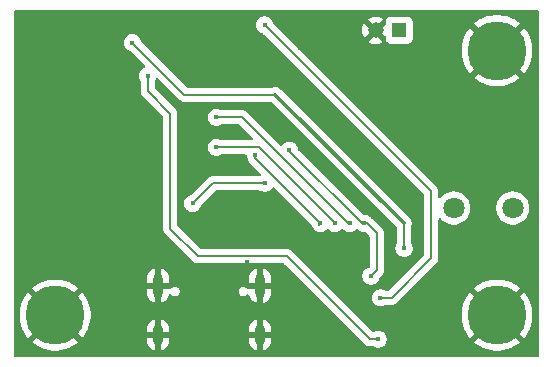
<source format=gbr>
%TF.GenerationSoftware,KiCad,Pcbnew,9.0.5*%
%TF.CreationDate,2025-11-13T13:03:33-05:00*%
%TF.ProjectId,F25,4632352e-6b69-4636-9164-5f7063625858,v1.0.1*%
%TF.SameCoordinates,Original*%
%TF.FileFunction,Copper,L2,Bot*%
%TF.FilePolarity,Positive*%
%FSLAX46Y46*%
G04 Gerber Fmt 4.6, Leading zero omitted, Abs format (unit mm)*
G04 Created by KiCad (PCBNEW 9.0.5) date 2025-11-13 13:03:33*
%MOMM*%
%LPD*%
G01*
G04 APERTURE LIST*
%TA.AperFunction,ComponentPad*%
%ADD10C,0.600000*%
%TD*%
%TA.AperFunction,ComponentPad*%
%ADD11C,5.000000*%
%TD*%
%TA.AperFunction,HeatsinkPad*%
%ADD12C,0.600000*%
%TD*%
%TA.AperFunction,ComponentPad*%
%ADD13R,1.308000X1.308000*%
%TD*%
%TA.AperFunction,ComponentPad*%
%ADD14C,1.308000*%
%TD*%
%TA.AperFunction,HeatsinkPad*%
%ADD15O,0.900000X2.000000*%
%TD*%
%TA.AperFunction,HeatsinkPad*%
%ADD16O,0.900000X1.700000*%
%TD*%
%TA.AperFunction,ComponentPad*%
%ADD17C,1.800000*%
%TD*%
%TA.AperFunction,ViaPad*%
%ADD18C,0.450000*%
%TD*%
%TA.AperFunction,Conductor*%
%ADD19C,0.200000*%
%TD*%
%TA.AperFunction,Conductor*%
%ADD20C,0.300000*%
%TD*%
G04 APERTURE END LIST*
D10*
%TO.P,H3,1,1*%
%TO.N,BAT-*%
X137500000Y-111500000D03*
X138090000Y-110090000D03*
X138090000Y-112910000D03*
D11*
X139470000Y-111465000D03*
D10*
X139500000Y-109500000D03*
X139500000Y-113500000D03*
X140910000Y-110090000D03*
X140910000Y-112910000D03*
X141500000Y-111500000D03*
%TD*%
D12*
%TO.P,U4,41,EPAD(GND)*%
%TO.N,BAT-*%
X144150000Y-98250000D03*
X145550000Y-98250000D03*
X143450000Y-97550000D03*
X144850000Y-97550000D03*
X146250000Y-97550000D03*
X144150000Y-96850000D03*
X145550000Y-96850000D03*
X143450000Y-96150000D03*
X144850000Y-96150000D03*
X146250000Y-96150000D03*
X144150000Y-95450000D03*
X145550000Y-95450000D03*
%TD*%
D13*
%TO.P,J3,1,1*%
%TO.N,BAT+*%
X168600000Y-87350000D03*
D14*
%TO.P,J3,2,2*%
%TO.N,BAT-*%
X166600000Y-87350000D03*
%TD*%
D15*
%TO.P,J4,S1,SHIELD*%
%TO.N,BAT-*%
X148180000Y-108970000D03*
D16*
X148180000Y-113140000D03*
D15*
X156820000Y-108970000D03*
D16*
X156820000Y-113140000D03*
%TD*%
D17*
%TO.P,LS1,1*%
%TO.N,Net-(LS1-Pad1)*%
X178199990Y-102400000D03*
%TO.P,LS1,2*%
%TO.N,Net-(Q1-D)*%
X173200010Y-102400000D03*
%TD*%
D10*
%TO.P,H1,1,1*%
%TO.N,BAT-*%
X174900000Y-89100000D03*
X175490000Y-87690000D03*
X175490000Y-90510000D03*
D11*
X176870000Y-89065000D03*
D10*
X176900000Y-87100000D03*
X176900000Y-91100000D03*
X178310000Y-87690000D03*
X178310000Y-90510000D03*
X178900000Y-89100000D03*
%TD*%
%TO.P,H2,1,1*%
%TO.N,BAT-*%
X174900000Y-111500000D03*
X175490000Y-110090000D03*
X175490000Y-112910000D03*
D11*
X176870000Y-111465000D03*
D10*
X176900000Y-109500000D03*
X176900000Y-113500000D03*
X178310000Y-110090000D03*
X178310000Y-112910000D03*
X178900000Y-111500000D03*
%TD*%
D18*
%TO.N,BAT-*%
X149300000Y-107000000D03*
X167800000Y-108500000D03*
X171200000Y-94500000D03*
X162500000Y-95500000D03*
X165000000Y-114500000D03*
X163150000Y-108100000D03*
X158900000Y-104690001D03*
X164400000Y-108090509D03*
X160475000Y-109275000D03*
X136500000Y-107000000D03*
X155700000Y-107000000D03*
X137100000Y-88500000D03*
X142100000Y-107900000D03*
X173100000Y-113700000D03*
X164300000Y-95800000D03*
X169100000Y-95800000D03*
X171700000Y-110600000D03*
X169700000Y-96800000D03*
X136500000Y-106000000D03*
X157900000Y-104690001D03*
X163500000Y-89100000D03*
X165600000Y-102200000D03*
X146500001Y-109800000D03*
%TO.N,/SDA*%
X157200000Y-100300000D03*
X151100000Y-102000000D03*
%TO.N,/MOSI*%
X153100000Y-97255000D03*
X163150000Y-103700000D03*
%TO.N,/ESP_IO0*%
X167000000Y-110000000D03*
X157200000Y-86900000D03*
%TO.N,/BUZZER*%
X146000000Y-88400000D03*
X169000000Y-105800000D03*
%TO.N,/LED*%
X147290000Y-91200000D03*
X166800000Y-113500000D03*
%TO.N,/SCK*%
X156400000Y-97900000D03*
X161900000Y-103700000D03*
%TO.N,/CS*%
X159300000Y-97500000D03*
X165650000Y-103700000D03*
X166200000Y-108150000D03*
%TO.N,/MISO*%
X164400000Y-103700000D03*
X153100000Y-94715000D03*
%TD*%
D19*
%TO.N,/SDA*%
X157200000Y-100300000D02*
X152800000Y-100300000D01*
X152800000Y-100300000D02*
X151100000Y-102000000D01*
%TO.N,/MOSI*%
X153100000Y-97200000D02*
X153155000Y-97255000D01*
X153155000Y-97255000D02*
X156755000Y-97255000D01*
X163150000Y-103650000D02*
X163150000Y-103774999D01*
X156755000Y-97255000D02*
X163150000Y-103650000D01*
%TO.N,/ESP_IO0*%
X167943877Y-110000000D02*
X171300000Y-106643877D01*
X171300000Y-101000000D02*
X157200000Y-86900000D01*
X171300000Y-106643877D02*
X171300000Y-101000000D01*
X167000000Y-110000000D02*
X167943877Y-110000000D01*
%TO.N,/BUZZER*%
X158100000Y-92800000D02*
X150400000Y-92800000D01*
X169000000Y-105800000D02*
X169000000Y-103700000D01*
X150400000Y-92800000D02*
X146000000Y-88400000D01*
D20*
X169000000Y-103700000D02*
X158100000Y-92800000D01*
D19*
%TO.N,/LED*%
X149200000Y-94400000D02*
X149200000Y-104149943D01*
X151524057Y-106474000D02*
X159074000Y-106474000D01*
X149200000Y-104149943D02*
X151524057Y-106474000D01*
X159074000Y-106474000D02*
X166100000Y-113500000D01*
X166100000Y-113500000D02*
X166800000Y-113500000D01*
X147290000Y-91200000D02*
X147290000Y-92490000D01*
X147290000Y-92490000D02*
X149200000Y-94400000D01*
%TO.N,/SCK*%
X156400000Y-98187499D02*
X156400000Y-97900000D01*
X161825001Y-103612500D02*
X156400000Y-98187499D01*
X161825001Y-103800000D02*
X161825001Y-103612500D01*
%TO.N,/CS*%
X166700000Y-107645836D02*
X166700000Y-104556123D01*
X159300000Y-97550000D02*
X159300000Y-97500000D01*
X166186345Y-108159491D02*
X166700000Y-107645836D01*
X165843877Y-103700000D02*
X165450000Y-103700000D01*
X165450000Y-103700000D02*
X159300000Y-97550000D01*
X166700000Y-104556123D02*
X165843877Y-103700000D01*
%TO.N,/MISO*%
X153100000Y-94700000D02*
X153115000Y-94715000D01*
X153115000Y-94715000D02*
X155315000Y-94715000D01*
X155315000Y-94715000D02*
X164374999Y-103774999D01*
%TD*%
%TA.AperFunction,Conductor*%
%TO.N,BAT-*%
G36*
X180347539Y-85640185D02*
G01*
X180393294Y-85692989D01*
X180404500Y-85744500D01*
X180404500Y-114895500D01*
X180384815Y-114962539D01*
X180332011Y-115008294D01*
X180280500Y-115019500D01*
X136129500Y-115019500D01*
X136062461Y-114999815D01*
X136016706Y-114947011D01*
X136005500Y-114895500D01*
X136005500Y-111296519D01*
X136470000Y-111296519D01*
X136470000Y-111633480D01*
X136507725Y-111968297D01*
X136507727Y-111968313D01*
X136582705Y-112296814D01*
X136582709Y-112296826D01*
X136693995Y-112614862D01*
X136840191Y-112918440D01*
X137019461Y-113203747D01*
X137178397Y-113403048D01*
X137840000Y-112741445D01*
X137840000Y-112193553D01*
X137410904Y-111764457D01*
X137389195Y-111724701D01*
X137450272Y-111750000D01*
X137549728Y-111750000D01*
X137641614Y-111711940D01*
X137711940Y-111641614D01*
X137750000Y-111549728D01*
X137750000Y-111450272D01*
X137711940Y-111358386D01*
X137641614Y-111288060D01*
X137549728Y-111250000D01*
X137450272Y-111250000D01*
X137383959Y-111277467D01*
X137410904Y-111235542D01*
X137839999Y-110806446D01*
X137840000Y-110806445D01*
X137840000Y-110188553D01*
X137691719Y-110040272D01*
X137840000Y-110040272D01*
X137840000Y-110139728D01*
X137878060Y-110231614D01*
X137948386Y-110301940D01*
X138040272Y-110340000D01*
X138139728Y-110340000D01*
X138231614Y-110301940D01*
X138301940Y-110231614D01*
X138340000Y-110139728D01*
X138340000Y-110040272D01*
X138301940Y-109948386D01*
X138231614Y-109878060D01*
X138139728Y-109840000D01*
X138040272Y-109840000D01*
X137948386Y-109878060D01*
X137878060Y-109948386D01*
X137840000Y-110040272D01*
X137691719Y-110040272D01*
X137178397Y-109526950D01*
X137019461Y-109726252D01*
X136840191Y-110011559D01*
X136693995Y-110315137D01*
X136582709Y-110633173D01*
X136582705Y-110633185D01*
X136507727Y-110961686D01*
X136507725Y-110961702D01*
X136470000Y-111296519D01*
X136005500Y-111296519D01*
X136005500Y-109173397D01*
X137531950Y-109173397D01*
X138600894Y-110242340D01*
X138492816Y-110320864D01*
X138325864Y-110487816D01*
X138187085Y-110678829D01*
X138079896Y-110889200D01*
X138006935Y-111113749D01*
X137970000Y-111346947D01*
X137970000Y-111383553D01*
X137853553Y-111500000D01*
X137976284Y-111622731D01*
X138006935Y-111816251D01*
X138079896Y-112040800D01*
X138187085Y-112251171D01*
X138325864Y-112442184D01*
X138492816Y-112609136D01*
X138683829Y-112747915D01*
X138894200Y-112855104D01*
X139118749Y-112928065D01*
X139312269Y-112958715D01*
X139589096Y-113235542D01*
X139610804Y-113275298D01*
X139549728Y-113250000D01*
X139450272Y-113250000D01*
X139358386Y-113288060D01*
X139288060Y-113358386D01*
X139250000Y-113450272D01*
X139250000Y-113549728D01*
X139277466Y-113616039D01*
X139235542Y-113589095D01*
X138806447Y-113160000D01*
X138139728Y-113160000D01*
X138231614Y-113121940D01*
X138301940Y-113051614D01*
X138340000Y-112959728D01*
X138340000Y-112860272D01*
X138301940Y-112768386D01*
X138231614Y-112698060D01*
X138139728Y-112660000D01*
X138040272Y-112660000D01*
X137948386Y-112698060D01*
X137878060Y-112768386D01*
X137840000Y-112860272D01*
X137840000Y-112959728D01*
X137878060Y-113051614D01*
X137948386Y-113121940D01*
X138040272Y-113160000D01*
X138128552Y-113160000D01*
X137531950Y-113756600D01*
X137531950Y-113756601D01*
X137731252Y-113915538D01*
X138016559Y-114094808D01*
X138320137Y-114241004D01*
X138638173Y-114352290D01*
X138638185Y-114352294D01*
X138966686Y-114427272D01*
X138966702Y-114427274D01*
X139301519Y-114464999D01*
X139301521Y-114465000D01*
X139638479Y-114465000D01*
X139638480Y-114464999D01*
X139973297Y-114427274D01*
X139973313Y-114427272D01*
X140301814Y-114352294D01*
X140301826Y-114352290D01*
X140619862Y-114241004D01*
X140923440Y-114094808D01*
X141208747Y-113915538D01*
X141408048Y-113756600D01*
X140776924Y-113125476D01*
X140860272Y-113160000D01*
X140959728Y-113160000D01*
X141051614Y-113121940D01*
X141121940Y-113051614D01*
X141160000Y-112959728D01*
X141160000Y-112860272D01*
X141121940Y-112768386D01*
X141051614Y-112698060D01*
X140959728Y-112660000D01*
X140860272Y-112660000D01*
X140768386Y-112698060D01*
X140698060Y-112768386D01*
X140660000Y-112860272D01*
X140660000Y-112959728D01*
X140694523Y-113043075D01*
X140339106Y-112687658D01*
X140447184Y-112609136D01*
X140614136Y-112442184D01*
X140692658Y-112334106D01*
X141761600Y-113403048D01*
X141874622Y-113261325D01*
X141920538Y-113203747D01*
X142099808Y-112918440D01*
X142230802Y-112646428D01*
X147230000Y-112646428D01*
X147230000Y-112890000D01*
X147880000Y-112890000D01*
X147880000Y-113390000D01*
X147230000Y-113390000D01*
X147230000Y-113633571D01*
X147266506Y-113817097D01*
X147266508Y-113817105D01*
X147338119Y-113989991D01*
X147338124Y-113990000D01*
X147442086Y-114145589D01*
X147442089Y-114145593D01*
X147574406Y-114277910D01*
X147574410Y-114277913D01*
X147729999Y-114381875D01*
X147730012Y-114381882D01*
X147902889Y-114453489D01*
X147902896Y-114453491D01*
X147930000Y-114458882D01*
X147930000Y-113706988D01*
X147939940Y-113724205D01*
X147995795Y-113780060D01*
X148064204Y-113819556D01*
X148140504Y-113840000D01*
X148219496Y-113840000D01*
X148295796Y-113819556D01*
X148364205Y-113780060D01*
X148420060Y-113724205D01*
X148430000Y-113706988D01*
X148430000Y-114458881D01*
X148457103Y-114453491D01*
X148457110Y-114453489D01*
X148629987Y-114381882D01*
X148630000Y-114381875D01*
X148785589Y-114277913D01*
X148785593Y-114277910D01*
X148917910Y-114145593D01*
X148917913Y-114145589D01*
X149021875Y-113990000D01*
X149021880Y-113989991D01*
X149093491Y-113817105D01*
X149093493Y-113817097D01*
X149129999Y-113633571D01*
X149130000Y-113633569D01*
X149130000Y-113390000D01*
X148480000Y-113390000D01*
X148480000Y-112890000D01*
X149130000Y-112890000D01*
X149130000Y-112646430D01*
X149129999Y-112646428D01*
X155870000Y-112646428D01*
X155870000Y-112890000D01*
X156520000Y-112890000D01*
X156520000Y-113390000D01*
X155870000Y-113390000D01*
X155870000Y-113633571D01*
X155906506Y-113817097D01*
X155906508Y-113817105D01*
X155978119Y-113989991D01*
X155978124Y-113990000D01*
X156082086Y-114145589D01*
X156082089Y-114145593D01*
X156214406Y-114277910D01*
X156214410Y-114277913D01*
X156369999Y-114381875D01*
X156370012Y-114381882D01*
X156542889Y-114453489D01*
X156542896Y-114453491D01*
X156570000Y-114458882D01*
X156570000Y-113706988D01*
X156579940Y-113724205D01*
X156635795Y-113780060D01*
X156704204Y-113819556D01*
X156780504Y-113840000D01*
X156859496Y-113840000D01*
X156935796Y-113819556D01*
X157004205Y-113780060D01*
X157060060Y-113724205D01*
X157070000Y-113706988D01*
X157070000Y-114458881D01*
X157097103Y-114453491D01*
X157097110Y-114453489D01*
X157269987Y-114381882D01*
X157270000Y-114381875D01*
X157425589Y-114277913D01*
X157425593Y-114277910D01*
X157557910Y-114145593D01*
X157557913Y-114145589D01*
X157661875Y-113990000D01*
X157661880Y-113989991D01*
X157733491Y-113817105D01*
X157733493Y-113817097D01*
X157769999Y-113633571D01*
X157770000Y-113633569D01*
X157770000Y-113390000D01*
X157120000Y-113390000D01*
X157120000Y-112890000D01*
X157770000Y-112890000D01*
X157770000Y-112646430D01*
X157769999Y-112646428D01*
X157733493Y-112462902D01*
X157733491Y-112462894D01*
X157661880Y-112290008D01*
X157661875Y-112289999D01*
X157557913Y-112134410D01*
X157557910Y-112134406D01*
X157425593Y-112002089D01*
X157425589Y-112002086D01*
X157270000Y-111898124D01*
X157269991Y-111898119D01*
X157097103Y-111826507D01*
X157097100Y-111826506D01*
X157070000Y-111821115D01*
X157070000Y-112573011D01*
X157060060Y-112555795D01*
X157004205Y-112499940D01*
X156935796Y-112460444D01*
X156859496Y-112440000D01*
X156780504Y-112440000D01*
X156704204Y-112460444D01*
X156635795Y-112499940D01*
X156579940Y-112555795D01*
X156570000Y-112573011D01*
X156570000Y-111821116D01*
X156569999Y-111821115D01*
X156542899Y-111826506D01*
X156542896Y-111826507D01*
X156370008Y-111898119D01*
X156369999Y-111898124D01*
X156214410Y-112002086D01*
X156214406Y-112002089D01*
X156082089Y-112134406D01*
X156082086Y-112134410D01*
X155978124Y-112289999D01*
X155978119Y-112290008D01*
X155906508Y-112462894D01*
X155906506Y-112462902D01*
X155870000Y-112646428D01*
X149129999Y-112646428D01*
X149093493Y-112462902D01*
X149093491Y-112462894D01*
X149021880Y-112290008D01*
X149021875Y-112289999D01*
X148917913Y-112134410D01*
X148917910Y-112134406D01*
X148785593Y-112002089D01*
X148785589Y-112002086D01*
X148630000Y-111898124D01*
X148629991Y-111898119D01*
X148457103Y-111826507D01*
X148457100Y-111826506D01*
X148430000Y-111821115D01*
X148430000Y-112573011D01*
X148420060Y-112555795D01*
X148364205Y-112499940D01*
X148295796Y-112460444D01*
X148219496Y-112440000D01*
X148140504Y-112440000D01*
X148064204Y-112460444D01*
X147995795Y-112499940D01*
X147939940Y-112555795D01*
X147930000Y-112573011D01*
X147930000Y-111821116D01*
X147929999Y-111821115D01*
X147902899Y-111826506D01*
X147902896Y-111826507D01*
X147730008Y-111898119D01*
X147729999Y-111898124D01*
X147574410Y-112002086D01*
X147574406Y-112002089D01*
X147442089Y-112134406D01*
X147442086Y-112134410D01*
X147338124Y-112289999D01*
X147338119Y-112290008D01*
X147266508Y-112462894D01*
X147266506Y-112462902D01*
X147230000Y-112646428D01*
X142230802Y-112646428D01*
X142246000Y-112614870D01*
X142251419Y-112599386D01*
X142251420Y-112599383D01*
X142357290Y-112296826D01*
X142357294Y-112296814D01*
X142432272Y-111968313D01*
X142432274Y-111968297D01*
X142469999Y-111633480D01*
X142470000Y-111633478D01*
X142470000Y-111296521D01*
X142469999Y-111296519D01*
X142432274Y-110961702D01*
X142432272Y-110961686D01*
X142357294Y-110633185D01*
X142357290Y-110633173D01*
X142246004Y-110315137D01*
X142099808Y-110011559D01*
X141920538Y-109726252D01*
X141761601Y-109526950D01*
X141160000Y-110128551D01*
X141160000Y-110040272D01*
X141121940Y-109948386D01*
X141051614Y-109878060D01*
X140959728Y-109840000D01*
X140860272Y-109840000D01*
X140768386Y-109878060D01*
X140698060Y-109948386D01*
X140660000Y-110040272D01*
X140660000Y-110139728D01*
X140698060Y-110231614D01*
X140768386Y-110301940D01*
X140860272Y-110340000D01*
X140948551Y-110340000D01*
X140692658Y-110595893D01*
X140614136Y-110487816D01*
X140447184Y-110320864D01*
X140339105Y-110242340D01*
X140523946Y-110057500D01*
X140523946Y-110057499D01*
X140216447Y-109750000D01*
X139624000Y-109750000D01*
X139580538Y-109737238D01*
X139641614Y-109711940D01*
X139711940Y-109641614D01*
X139750000Y-109549728D01*
X139750000Y-109450272D01*
X139711940Y-109358386D01*
X139641614Y-109288060D01*
X139575303Y-109260593D01*
X139624000Y-109250000D01*
X140372192Y-109250000D01*
X140439231Y-109269685D01*
X140459873Y-109286319D01*
X140877500Y-109703946D01*
X141408047Y-109173398D01*
X141408047Y-109173397D01*
X141208747Y-109014461D01*
X140923440Y-108835191D01*
X140619862Y-108688995D01*
X140301826Y-108577709D01*
X140301814Y-108577705D01*
X139973313Y-108502727D01*
X139973297Y-108502725D01*
X139638480Y-108465000D01*
X139301519Y-108465000D01*
X138966702Y-108502725D01*
X138966686Y-108502727D01*
X138638185Y-108577705D01*
X138638173Y-108577709D01*
X138320137Y-108688995D01*
X138016559Y-108835191D01*
X137731252Y-109014461D01*
X137531950Y-109173397D01*
X136005500Y-109173397D01*
X136005500Y-108326428D01*
X147230000Y-108326428D01*
X147230000Y-108720000D01*
X147880000Y-108720000D01*
X147880000Y-109220000D01*
X147230000Y-109220000D01*
X147230000Y-109613571D01*
X147266506Y-109797097D01*
X147266508Y-109797105D01*
X147338119Y-109969991D01*
X147338124Y-109970000D01*
X147442086Y-110125589D01*
X147442089Y-110125593D01*
X147574406Y-110257910D01*
X147574410Y-110257913D01*
X147729999Y-110361875D01*
X147730012Y-110361882D01*
X147902889Y-110433489D01*
X147902896Y-110433491D01*
X147930000Y-110438882D01*
X147930000Y-109686988D01*
X147939940Y-109704205D01*
X147995795Y-109760060D01*
X148064204Y-109799556D01*
X148140504Y-109820000D01*
X148219496Y-109820000D01*
X148295796Y-109799556D01*
X148364205Y-109760060D01*
X148420060Y-109704205D01*
X148430000Y-109686988D01*
X148430000Y-110438881D01*
X148457103Y-110433491D01*
X148457110Y-110433489D01*
X148629987Y-110361882D01*
X148630000Y-110361875D01*
X148785589Y-110257913D01*
X148785593Y-110257910D01*
X148917910Y-110125593D01*
X148917913Y-110125589D01*
X149021875Y-109970000D01*
X149021880Y-109969991D01*
X149093491Y-109797105D01*
X149093493Y-109797100D01*
X149097544Y-109776731D01*
X149129926Y-109714818D01*
X149190640Y-109680242D01*
X149260410Y-109683979D01*
X149306843Y-109713236D01*
X149364087Y-109770480D01*
X149455413Y-109823207D01*
X149557273Y-109850500D01*
X149557275Y-109850500D01*
X149662725Y-109850500D01*
X149662727Y-109850500D01*
X149764587Y-109823207D01*
X149855913Y-109770480D01*
X149930480Y-109695913D01*
X149983207Y-109604587D01*
X150010500Y-109502727D01*
X150010500Y-109397273D01*
X154989500Y-109397273D01*
X154989500Y-109502727D01*
X155016793Y-109604587D01*
X155069520Y-109695913D01*
X155144087Y-109770480D01*
X155235413Y-109823207D01*
X155337273Y-109850500D01*
X155337275Y-109850500D01*
X155442725Y-109850500D01*
X155442727Y-109850500D01*
X155544587Y-109823207D01*
X155635913Y-109770480D01*
X155693159Y-109713233D01*
X155754478Y-109679751D01*
X155824170Y-109684735D01*
X155880104Y-109726606D01*
X155902454Y-109776726D01*
X155906506Y-109797098D01*
X155906508Y-109797105D01*
X155978119Y-109969991D01*
X155978124Y-109970000D01*
X156082086Y-110125589D01*
X156082089Y-110125593D01*
X156214406Y-110257910D01*
X156214410Y-110257913D01*
X156369999Y-110361875D01*
X156370012Y-110361882D01*
X156542889Y-110433489D01*
X156542896Y-110433491D01*
X156570000Y-110438882D01*
X156570000Y-109686988D01*
X156579940Y-109704205D01*
X156635795Y-109760060D01*
X156704204Y-109799556D01*
X156780504Y-109820000D01*
X156859496Y-109820000D01*
X156935796Y-109799556D01*
X157004205Y-109760060D01*
X157060060Y-109704205D01*
X157070000Y-109686988D01*
X157070000Y-110438881D01*
X157097103Y-110433491D01*
X157097110Y-110433489D01*
X157269987Y-110361882D01*
X157270000Y-110361875D01*
X157425589Y-110257913D01*
X157425593Y-110257910D01*
X157557910Y-110125593D01*
X157557913Y-110125589D01*
X157661875Y-109970000D01*
X157661880Y-109969991D01*
X157733491Y-109797105D01*
X157733493Y-109797097D01*
X157769999Y-109613571D01*
X157770000Y-109613569D01*
X157770000Y-109220000D01*
X157120000Y-109220000D01*
X157120000Y-108720000D01*
X157770000Y-108720000D01*
X157770000Y-108326430D01*
X157769999Y-108326428D01*
X157733493Y-108142902D01*
X157733491Y-108142894D01*
X157661880Y-107970008D01*
X157661875Y-107969999D01*
X157557913Y-107814410D01*
X157557910Y-107814406D01*
X157425593Y-107682089D01*
X157425589Y-107682086D01*
X157270000Y-107578124D01*
X157269991Y-107578119D01*
X157097103Y-107506507D01*
X157097100Y-107506506D01*
X157070000Y-107501115D01*
X157070000Y-108253011D01*
X157060060Y-108235795D01*
X157004205Y-108179940D01*
X156935796Y-108140444D01*
X156859496Y-108120000D01*
X156780504Y-108120000D01*
X156704204Y-108140444D01*
X156635795Y-108179940D01*
X156579940Y-108235795D01*
X156570000Y-108253011D01*
X156570000Y-107501116D01*
X156569999Y-107501115D01*
X156542899Y-107506506D01*
X156542896Y-107506507D01*
X156370008Y-107578119D01*
X156369999Y-107578124D01*
X156214410Y-107682086D01*
X156214406Y-107682089D01*
X156082089Y-107814406D01*
X156082086Y-107814410D01*
X155978124Y-107969999D01*
X155978119Y-107970008D01*
X155906508Y-108142894D01*
X155906506Y-108142902D01*
X155870000Y-108326428D01*
X155870000Y-108720000D01*
X156520000Y-108720000D01*
X156520000Y-109220000D01*
X155856799Y-109220000D01*
X155824551Y-109237608D01*
X155754860Y-109232622D01*
X155710515Y-109204122D01*
X155635914Y-109129521D01*
X155635913Y-109129520D01*
X155544587Y-109076793D01*
X155442727Y-109049500D01*
X155337273Y-109049500D01*
X155235413Y-109076793D01*
X155235410Y-109076794D01*
X155144085Y-109129521D01*
X155069521Y-109204085D01*
X155016794Y-109295410D01*
X155016793Y-109295413D01*
X154989500Y-109397273D01*
X150010500Y-109397273D01*
X149983207Y-109295413D01*
X149930480Y-109204087D01*
X149855913Y-109129520D01*
X149764587Y-109076793D01*
X149662727Y-109049500D01*
X149557273Y-109049500D01*
X149455413Y-109076793D01*
X149455410Y-109076794D01*
X149364087Y-109129520D01*
X149289484Y-109204123D01*
X149228160Y-109237607D01*
X149158469Y-109232622D01*
X149138829Y-109220000D01*
X148480000Y-109220000D01*
X148480000Y-108720000D01*
X149130000Y-108720000D01*
X149130000Y-108326430D01*
X149129999Y-108326428D01*
X149093493Y-108142902D01*
X149093491Y-108142894D01*
X149021880Y-107970008D01*
X149021875Y-107969999D01*
X148917913Y-107814410D01*
X148917910Y-107814406D01*
X148785593Y-107682089D01*
X148785589Y-107682086D01*
X148630000Y-107578124D01*
X148629991Y-107578119D01*
X148457103Y-107506507D01*
X148457100Y-107506506D01*
X148430000Y-107501115D01*
X148430000Y-108253011D01*
X148420060Y-108235795D01*
X148364205Y-108179940D01*
X148295796Y-108140444D01*
X148219496Y-108120000D01*
X148140504Y-108120000D01*
X148064204Y-108140444D01*
X147995795Y-108179940D01*
X147939940Y-108235795D01*
X147930000Y-108253011D01*
X147930000Y-107501116D01*
X147929999Y-107501115D01*
X147902899Y-107506506D01*
X147902896Y-107506507D01*
X147730008Y-107578119D01*
X147729999Y-107578124D01*
X147574410Y-107682086D01*
X147574406Y-107682089D01*
X147442089Y-107814406D01*
X147442086Y-107814410D01*
X147338124Y-107969999D01*
X147338119Y-107970008D01*
X147266508Y-108142894D01*
X147266506Y-108142902D01*
X147230000Y-108326428D01*
X136005500Y-108326428D01*
X136005500Y-88471457D01*
X145274499Y-88471457D01*
X145302379Y-88611614D01*
X145302381Y-88611620D01*
X145357069Y-88743650D01*
X145357074Y-88743659D01*
X145436467Y-88862478D01*
X145436470Y-88862482D01*
X145537517Y-88963529D01*
X145537521Y-88963532D01*
X145656340Y-89042925D01*
X145656349Y-89042930D01*
X145686258Y-89055318D01*
X145788380Y-89097619D01*
X145826391Y-89105179D01*
X145888302Y-89137564D01*
X145889881Y-89139116D01*
X147070734Y-90319969D01*
X147104219Y-90381292D01*
X147099235Y-90450984D01*
X147057363Y-90506917D01*
X147030506Y-90522211D01*
X146946349Y-90557069D01*
X146946340Y-90557074D01*
X146827521Y-90636467D01*
X146827517Y-90636470D01*
X146726470Y-90737517D01*
X146726467Y-90737521D01*
X146647074Y-90856340D01*
X146647069Y-90856349D01*
X146592381Y-90988379D01*
X146592379Y-90988385D01*
X146564500Y-91128542D01*
X146564500Y-91128545D01*
X146564500Y-91271455D01*
X146564500Y-91271457D01*
X146564499Y-91271457D01*
X146592379Y-91411614D01*
X146592381Y-91411620D01*
X146647070Y-91543651D01*
X146668601Y-91575874D01*
X146689480Y-91642551D01*
X146689500Y-91644766D01*
X146689500Y-92403330D01*
X146689499Y-92403348D01*
X146689499Y-92569054D01*
X146689498Y-92569054D01*
X146730423Y-92721785D01*
X146759358Y-92771900D01*
X146759359Y-92771904D01*
X146759360Y-92771904D01*
X146809479Y-92858714D01*
X146809481Y-92858717D01*
X146928349Y-92977585D01*
X146928355Y-92977590D01*
X148563181Y-94612416D01*
X148596666Y-94673739D01*
X148599500Y-94700097D01*
X148599500Y-104063273D01*
X148599499Y-104063291D01*
X148599499Y-104228997D01*
X148599498Y-104228997D01*
X148599499Y-104229000D01*
X148640423Y-104381728D01*
X148640424Y-104381730D01*
X148640423Y-104381730D01*
X148649598Y-104397620D01*
X148649599Y-104397621D01*
X148719477Y-104518655D01*
X148719481Y-104518660D01*
X148838349Y-104637528D01*
X148838355Y-104637533D01*
X151039196Y-106838374D01*
X151039206Y-106838385D01*
X151043536Y-106842715D01*
X151043537Y-106842716D01*
X151155341Y-106954520D01*
X151242152Y-107004639D01*
X151242154Y-107004641D01*
X151280208Y-107026611D01*
X151292272Y-107033577D01*
X151445000Y-107074501D01*
X151445003Y-107074501D01*
X151610710Y-107074501D01*
X151610726Y-107074500D01*
X158773903Y-107074500D01*
X158840942Y-107094185D01*
X158861584Y-107110819D01*
X165615139Y-113864374D01*
X165615149Y-113864385D01*
X165619479Y-113868715D01*
X165619480Y-113868716D01*
X165731284Y-113980520D01*
X165731286Y-113980521D01*
X165731290Y-113980524D01*
X165868209Y-114059573D01*
X165868216Y-114059577D01*
X165980019Y-114089534D01*
X166020942Y-114100500D01*
X166020943Y-114100500D01*
X166355233Y-114100500D01*
X166422272Y-114120185D01*
X166424124Y-114121398D01*
X166456348Y-114142930D01*
X166522363Y-114170274D01*
X166588380Y-114197619D01*
X166588384Y-114197619D01*
X166588385Y-114197620D01*
X166728542Y-114225500D01*
X166728545Y-114225500D01*
X166871457Y-114225500D01*
X166965751Y-114206742D01*
X167011620Y-114197619D01*
X167143653Y-114142929D01*
X167262479Y-114063532D01*
X167363532Y-113962479D01*
X167442929Y-113843653D01*
X167497619Y-113711620D01*
X167503121Y-113683962D01*
X167525500Y-113571457D01*
X167525500Y-113428542D01*
X167497620Y-113288385D01*
X167497619Y-113288384D01*
X167497619Y-113288380D01*
X167442929Y-113156347D01*
X167442928Y-113156346D01*
X167442925Y-113156340D01*
X167363532Y-113037521D01*
X167363529Y-113037517D01*
X167262482Y-112936470D01*
X167262478Y-112936467D01*
X167143659Y-112857074D01*
X167143650Y-112857069D01*
X167011620Y-112802381D01*
X167011614Y-112802379D01*
X166871457Y-112774500D01*
X166871455Y-112774500D01*
X166728545Y-112774500D01*
X166728543Y-112774500D01*
X166588385Y-112802379D01*
X166588379Y-112802381D01*
X166456348Y-112857070D01*
X166456344Y-112857072D01*
X166451017Y-112860632D01*
X166384340Y-112881510D01*
X166316960Y-112863025D01*
X166294446Y-112845211D01*
X164745754Y-111296519D01*
X173870000Y-111296519D01*
X173870000Y-111633480D01*
X173907725Y-111968297D01*
X173907727Y-111968313D01*
X173982705Y-112296814D01*
X173982709Y-112296826D01*
X174093995Y-112614862D01*
X174240191Y-112918440D01*
X174419461Y-113203747D01*
X174578397Y-113403048D01*
X175240000Y-112741445D01*
X175240000Y-112193553D01*
X174810904Y-111764457D01*
X174789195Y-111724701D01*
X174850272Y-111750000D01*
X174949728Y-111750000D01*
X175041614Y-111711940D01*
X175111940Y-111641614D01*
X175150000Y-111549728D01*
X175150000Y-111450272D01*
X175111940Y-111358386D01*
X175041614Y-111288060D01*
X174949728Y-111250000D01*
X174850272Y-111250000D01*
X174783959Y-111277467D01*
X174810904Y-111235542D01*
X175239999Y-110806446D01*
X175240000Y-110806445D01*
X175240000Y-110188553D01*
X175091719Y-110040272D01*
X175240000Y-110040272D01*
X175240000Y-110139728D01*
X175278060Y-110231614D01*
X175348386Y-110301940D01*
X175440272Y-110340000D01*
X175539728Y-110340000D01*
X175631614Y-110301940D01*
X175701940Y-110231614D01*
X175740000Y-110139728D01*
X175740000Y-110040272D01*
X175701940Y-109948386D01*
X175631614Y-109878060D01*
X175539728Y-109840000D01*
X175440272Y-109840000D01*
X175348386Y-109878060D01*
X175278060Y-109948386D01*
X175240000Y-110040272D01*
X175091719Y-110040272D01*
X174578397Y-109526950D01*
X174419461Y-109726252D01*
X174240191Y-110011559D01*
X174093995Y-110315137D01*
X173982709Y-110633173D01*
X173982705Y-110633185D01*
X173907727Y-110961686D01*
X173907725Y-110961702D01*
X173870000Y-111296519D01*
X164745754Y-111296519D01*
X159561590Y-106112355D01*
X159561588Y-106112352D01*
X159442717Y-105993481D01*
X159442716Y-105993480D01*
X159355904Y-105943360D01*
X159355904Y-105943359D01*
X159355900Y-105943358D01*
X159305785Y-105914423D01*
X159153057Y-105873499D01*
X158994943Y-105873499D01*
X158987347Y-105873499D01*
X158987331Y-105873500D01*
X151824154Y-105873500D01*
X151757115Y-105853815D01*
X151736473Y-105837181D01*
X149836819Y-103937527D01*
X149803334Y-103876204D01*
X149800500Y-103849846D01*
X149800500Y-102071457D01*
X150374499Y-102071457D01*
X150402379Y-102211614D01*
X150402381Y-102211620D01*
X150457069Y-102343650D01*
X150457074Y-102343659D01*
X150536467Y-102462478D01*
X150536470Y-102462482D01*
X150637517Y-102563529D01*
X150637521Y-102563532D01*
X150756340Y-102642925D01*
X150756346Y-102642928D01*
X150756347Y-102642929D01*
X150888380Y-102697619D01*
X150888384Y-102697619D01*
X150888385Y-102697620D01*
X151028542Y-102725500D01*
X151028545Y-102725500D01*
X151171457Y-102725500D01*
X151265751Y-102706742D01*
X151311620Y-102697619D01*
X151443653Y-102642929D01*
X151562479Y-102563532D01*
X151663532Y-102462479D01*
X151742929Y-102343653D01*
X151797619Y-102211620D01*
X151805180Y-102173606D01*
X151837563Y-102111697D01*
X151839057Y-102110176D01*
X153012416Y-100936819D01*
X153073739Y-100903334D01*
X153100097Y-100900500D01*
X156755233Y-100900500D01*
X156822272Y-100920185D01*
X156824124Y-100921398D01*
X156856348Y-100942930D01*
X156922363Y-100970274D01*
X156988380Y-100997619D01*
X156988384Y-100997619D01*
X156988385Y-100997620D01*
X157128542Y-101025500D01*
X157128545Y-101025500D01*
X157271457Y-101025500D01*
X157365751Y-101006742D01*
X157411620Y-100997619D01*
X157543653Y-100942929D01*
X157662479Y-100863532D01*
X157763532Y-100762479D01*
X157819086Y-100679337D01*
X157824671Y-100670979D01*
X157878283Y-100626173D01*
X157947608Y-100617466D01*
X158010635Y-100647620D01*
X158015454Y-100652188D01*
X161157779Y-103794513D01*
X161191264Y-103855836D01*
X161191715Y-103858002D01*
X161202379Y-103911614D01*
X161202380Y-103911618D01*
X161257069Y-104043650D01*
X161257074Y-104043659D01*
X161336466Y-104162477D01*
X161336467Y-104162478D01*
X161336468Y-104162479D01*
X161437521Y-104263532D01*
X161437524Y-104263534D01*
X161437526Y-104263536D01*
X161437525Y-104263536D01*
X161442876Y-104267111D01*
X161456285Y-104280520D01*
X161505278Y-104308806D01*
X161528522Y-104324337D01*
X161556339Y-104342924D01*
X161556341Y-104342925D01*
X161556347Y-104342929D01*
X161584782Y-104354707D01*
X161593217Y-104359577D01*
X161602623Y-104362097D01*
X161688380Y-104397619D01*
X161688384Y-104397619D01*
X161688385Y-104397620D01*
X161828542Y-104425500D01*
X161828545Y-104425500D01*
X161971457Y-104425500D01*
X162065751Y-104406742D01*
X162111620Y-104397619D01*
X162243653Y-104342929D01*
X162362479Y-104263532D01*
X162397014Y-104228997D01*
X162437319Y-104188693D01*
X162498642Y-104155208D01*
X162568334Y-104160192D01*
X162612681Y-104188693D01*
X162687517Y-104263529D01*
X162687521Y-104263532D01*
X162806340Y-104342925D01*
X162806349Y-104342930D01*
X162834782Y-104354707D01*
X162938380Y-104397619D01*
X162938384Y-104397619D01*
X162938385Y-104397620D01*
X163078542Y-104425500D01*
X163078545Y-104425500D01*
X163221457Y-104425500D01*
X163315751Y-104406742D01*
X163361620Y-104397619D01*
X163493653Y-104342929D01*
X163612479Y-104263532D01*
X163647014Y-104228997D01*
X163687319Y-104188693D01*
X163748642Y-104155208D01*
X163818334Y-104160192D01*
X163862681Y-104188693D01*
X163937517Y-104263529D01*
X163937521Y-104263532D01*
X164056340Y-104342925D01*
X164056349Y-104342930D01*
X164084782Y-104354707D01*
X164188380Y-104397619D01*
X164188384Y-104397619D01*
X164188385Y-104397620D01*
X164328542Y-104425500D01*
X164328545Y-104425500D01*
X164471457Y-104425500D01*
X164565751Y-104406742D01*
X164611620Y-104397619D01*
X164743653Y-104342929D01*
X164862479Y-104263532D01*
X164927915Y-104198095D01*
X164952351Y-104184752D01*
X164975038Y-104168597D01*
X164982594Y-104168236D01*
X164989235Y-104164611D01*
X165017010Y-104166597D01*
X165044829Y-104165272D01*
X165054909Y-104169307D01*
X165058927Y-104169595D01*
X165077595Y-104178390D01*
X165122095Y-104204082D01*
X165147776Y-104223788D01*
X165187517Y-104263529D01*
X165187521Y-104263532D01*
X165306340Y-104342925D01*
X165306349Y-104342930D01*
X165334782Y-104354707D01*
X165438380Y-104397619D01*
X165438384Y-104397619D01*
X165438385Y-104397620D01*
X165578542Y-104425500D01*
X165578545Y-104425500D01*
X165668780Y-104425500D01*
X165735819Y-104445185D01*
X165756461Y-104461819D01*
X166063181Y-104768539D01*
X166096666Y-104829862D01*
X166099500Y-104856220D01*
X166099500Y-107328513D01*
X166079815Y-107395552D01*
X166027011Y-107441307D01*
X165999694Y-107450130D01*
X165988382Y-107452380D01*
X165988381Y-107452380D01*
X165856349Y-107507069D01*
X165856340Y-107507074D01*
X165737521Y-107586467D01*
X165737517Y-107586470D01*
X165636470Y-107687517D01*
X165636467Y-107687521D01*
X165557074Y-107806340D01*
X165557069Y-107806349D01*
X165502381Y-107938379D01*
X165502379Y-107938385D01*
X165474500Y-108078542D01*
X165474500Y-108078545D01*
X165474500Y-108221455D01*
X165474500Y-108221457D01*
X165474499Y-108221457D01*
X165502379Y-108361614D01*
X165502381Y-108361620D01*
X165557069Y-108493650D01*
X165557074Y-108493659D01*
X165636467Y-108612478D01*
X165636470Y-108612482D01*
X165737517Y-108713529D01*
X165737521Y-108713532D01*
X165856340Y-108792925D01*
X165856346Y-108792928D01*
X165856347Y-108792929D01*
X165988380Y-108847619D01*
X165988384Y-108847619D01*
X165988385Y-108847620D01*
X166128542Y-108875500D01*
X166128545Y-108875500D01*
X166271457Y-108875500D01*
X166365751Y-108856742D01*
X166411620Y-108847619D01*
X166543653Y-108792929D01*
X166662479Y-108713532D01*
X166763532Y-108612479D01*
X166842929Y-108493653D01*
X166897619Y-108361620D01*
X166906214Y-108318407D01*
X166914979Y-108301651D01*
X166918999Y-108283173D01*
X166937741Y-108258136D01*
X166938598Y-108256499D01*
X166940094Y-108254975D01*
X167058506Y-108136564D01*
X167058511Y-108136560D01*
X167068714Y-108126356D01*
X167068716Y-108126356D01*
X167180520Y-108014552D01*
X167230660Y-107927706D01*
X167259577Y-107877621D01*
X167300501Y-107724893D01*
X167300501Y-107566779D01*
X167300501Y-107559184D01*
X167300500Y-107559166D01*
X167300500Y-104645183D01*
X167300501Y-104645170D01*
X167300501Y-104477067D01*
X167291958Y-104445185D01*
X167259577Y-104324339D01*
X167250609Y-104308806D01*
X167180524Y-104187413D01*
X167180518Y-104187405D01*
X166333781Y-103340669D01*
X166324398Y-103331286D01*
X166324397Y-103331284D01*
X166212593Y-103219480D01*
X166174992Y-103197771D01*
X166165318Y-103189065D01*
X166164312Y-103187434D01*
X166160584Y-103184573D01*
X166112482Y-103136470D01*
X166112478Y-103136467D01*
X165993659Y-103057074D01*
X165993650Y-103057069D01*
X165861620Y-103002381D01*
X165861614Y-103002379D01*
X165721457Y-102974500D01*
X165721455Y-102974500D01*
X165625097Y-102974500D01*
X165558058Y-102954815D01*
X165537416Y-102938181D01*
X160051530Y-97452295D01*
X160018045Y-97390972D01*
X160017623Y-97388949D01*
X159997619Y-97288380D01*
X159942929Y-97156347D01*
X159942928Y-97156346D01*
X159942925Y-97156340D01*
X159863532Y-97037521D01*
X159863529Y-97037517D01*
X159762482Y-96936470D01*
X159762478Y-96936467D01*
X159643659Y-96857074D01*
X159643650Y-96857069D01*
X159511620Y-96802381D01*
X159511614Y-96802379D01*
X159371457Y-96774500D01*
X159371455Y-96774500D01*
X159228545Y-96774500D01*
X159228543Y-96774500D01*
X159088385Y-96802379D01*
X159088379Y-96802381D01*
X158956349Y-96857069D01*
X158956340Y-96857074D01*
X158837521Y-96936467D01*
X158837517Y-96936470D01*
X158736470Y-97037517D01*
X158736465Y-97037523D01*
X158720389Y-97061583D01*
X158666776Y-97106388D01*
X158597451Y-97115094D01*
X158534424Y-97084938D01*
X158529607Y-97080372D01*
X155802590Y-94353355D01*
X155802588Y-94353352D01*
X155683717Y-94234481D01*
X155683716Y-94234480D01*
X155596904Y-94184360D01*
X155596904Y-94184359D01*
X155596900Y-94184358D01*
X155546785Y-94155423D01*
X155394057Y-94114499D01*
X155235943Y-94114499D01*
X155228347Y-94114499D01*
X155228331Y-94114500D01*
X153544767Y-94114500D01*
X153477728Y-94094815D01*
X153475876Y-94093602D01*
X153443651Y-94072069D01*
X153311620Y-94017381D01*
X153311614Y-94017379D01*
X153171457Y-93989500D01*
X153171455Y-93989500D01*
X153028545Y-93989500D01*
X153028543Y-93989500D01*
X152888385Y-94017379D01*
X152888379Y-94017381D01*
X152756349Y-94072069D01*
X152756340Y-94072074D01*
X152637521Y-94151467D01*
X152637517Y-94151470D01*
X152536470Y-94252517D01*
X152536467Y-94252521D01*
X152457074Y-94371340D01*
X152457069Y-94371349D01*
X152402381Y-94503379D01*
X152402379Y-94503385D01*
X152374500Y-94643542D01*
X152374500Y-94643545D01*
X152374500Y-94786455D01*
X152374500Y-94786457D01*
X152374499Y-94786457D01*
X152402379Y-94926614D01*
X152402381Y-94926620D01*
X152457069Y-95058650D01*
X152457074Y-95058659D01*
X152536467Y-95177478D01*
X152536470Y-95177482D01*
X152637517Y-95278529D01*
X152637521Y-95278532D01*
X152756340Y-95357925D01*
X152756346Y-95357928D01*
X152756347Y-95357929D01*
X152888380Y-95412619D01*
X152888384Y-95412619D01*
X152888385Y-95412620D01*
X153028542Y-95440500D01*
X153028545Y-95440500D01*
X153171457Y-95440500D01*
X153265751Y-95421742D01*
X153311620Y-95412619D01*
X153443653Y-95357929D01*
X153475876Y-95336397D01*
X153542554Y-95315520D01*
X153544767Y-95315500D01*
X155014903Y-95315500D01*
X155081942Y-95335185D01*
X155102584Y-95351819D01*
X156193584Y-96442819D01*
X156227069Y-96504142D01*
X156222085Y-96573834D01*
X156180213Y-96629767D01*
X156114749Y-96654184D01*
X156105903Y-96654500D01*
X153544767Y-96654500D01*
X153477728Y-96634815D01*
X153475876Y-96633602D01*
X153443651Y-96612069D01*
X153311620Y-96557381D01*
X153311614Y-96557379D01*
X153171457Y-96529500D01*
X153171455Y-96529500D01*
X153028545Y-96529500D01*
X153028543Y-96529500D01*
X152888385Y-96557379D01*
X152888379Y-96557381D01*
X152756349Y-96612069D01*
X152756340Y-96612074D01*
X152637521Y-96691467D01*
X152637517Y-96691470D01*
X152536470Y-96792517D01*
X152536467Y-96792521D01*
X152457074Y-96911340D01*
X152457069Y-96911349D01*
X152402381Y-97043379D01*
X152402379Y-97043385D01*
X152374500Y-97183542D01*
X152374500Y-97183545D01*
X152374500Y-97326455D01*
X152374500Y-97326457D01*
X152374499Y-97326457D01*
X152402379Y-97466614D01*
X152402381Y-97466620D01*
X152457069Y-97598650D01*
X152457074Y-97598659D01*
X152536467Y-97717478D01*
X152536470Y-97717482D01*
X152637517Y-97818529D01*
X152637521Y-97818532D01*
X152756340Y-97897925D01*
X152756346Y-97897928D01*
X152756347Y-97897929D01*
X152888380Y-97952619D01*
X152888384Y-97952619D01*
X152888385Y-97952620D01*
X153028542Y-97980500D01*
X153028545Y-97980500D01*
X153171457Y-97980500D01*
X153265751Y-97961742D01*
X153311620Y-97952619D01*
X153443653Y-97897929D01*
X153475876Y-97876397D01*
X153542554Y-97855520D01*
X153544767Y-97855500D01*
X155550692Y-97855500D01*
X155617731Y-97875185D01*
X155663486Y-97927989D01*
X155674095Y-97967344D01*
X155674500Y-97971459D01*
X155702379Y-98111614D01*
X155702381Y-98111620D01*
X155757069Y-98243650D01*
X155757074Y-98243659D01*
X155806284Y-98317306D01*
X155818408Y-98340382D01*
X155821084Y-98347114D01*
X155840423Y-98419284D01*
X155865970Y-98463532D01*
X155919479Y-98556213D01*
X155919481Y-98556216D01*
X156038349Y-98675084D01*
X156038355Y-98675089D01*
X156847812Y-99484546D01*
X156857906Y-99503033D01*
X156871986Y-99518706D01*
X156874316Y-99533085D01*
X156881297Y-99545869D01*
X156879794Y-99566880D01*
X156883165Y-99587676D01*
X156877352Y-99601031D01*
X156876313Y-99615561D01*
X156863687Y-99632425D01*
X156855281Y-99651741D01*
X156836798Y-99668344D01*
X156834441Y-99671494D01*
X156829039Y-99675317D01*
X156824125Y-99678600D01*
X156757451Y-99699480D01*
X156755233Y-99699500D01*
X152879057Y-99699500D01*
X152720943Y-99699500D01*
X152568215Y-99740423D01*
X152568214Y-99740423D01*
X152568212Y-99740424D01*
X152568209Y-99740425D01*
X152518096Y-99769359D01*
X152518095Y-99769360D01*
X152474689Y-99794420D01*
X152431285Y-99819479D01*
X152431282Y-99819481D01*
X152319478Y-99931286D01*
X150989880Y-101260883D01*
X150928557Y-101294368D01*
X150926392Y-101294819D01*
X150888383Y-101302379D01*
X150888381Y-101302380D01*
X150756349Y-101357069D01*
X150756340Y-101357074D01*
X150637521Y-101436467D01*
X150637517Y-101436470D01*
X150536470Y-101537517D01*
X150536467Y-101537521D01*
X150457074Y-101656340D01*
X150457069Y-101656349D01*
X150402381Y-101788379D01*
X150402379Y-101788385D01*
X150374500Y-101928542D01*
X150374500Y-101928545D01*
X150374500Y-102071455D01*
X150374500Y-102071457D01*
X150374499Y-102071457D01*
X149800500Y-102071457D01*
X149800500Y-94489059D01*
X149800501Y-94489046D01*
X149800501Y-94320945D01*
X149800501Y-94320943D01*
X149759577Y-94168215D01*
X149728564Y-94114499D01*
X149728564Y-94114498D01*
X149680524Y-94031290D01*
X149680521Y-94031286D01*
X149680520Y-94031284D01*
X149568716Y-93919480D01*
X149568715Y-93919479D01*
X149564385Y-93915149D01*
X149564374Y-93915139D01*
X147926819Y-92277584D01*
X147893334Y-92216261D01*
X147890500Y-92189903D01*
X147890500Y-91644766D01*
X147893350Y-91632521D01*
X147892327Y-91623559D01*
X147899770Y-91604949D01*
X147903251Y-91589998D01*
X147906858Y-91582669D01*
X147932929Y-91543653D01*
X147969330Y-91455772D01*
X147971100Y-91452178D01*
X147992125Y-91429292D01*
X148011628Y-91405091D01*
X148015563Y-91403781D01*
X148018370Y-91400726D01*
X148048435Y-91392839D01*
X148077921Y-91383025D01*
X148081939Y-91384050D01*
X148085953Y-91382998D01*
X148115507Y-91392617D01*
X148145621Y-91400303D01*
X148150309Y-91403945D01*
X148152392Y-91404623D01*
X148154493Y-91407195D01*
X148170029Y-91419264D01*
X150031284Y-93280520D01*
X150031286Y-93280521D01*
X150031290Y-93280524D01*
X150168209Y-93359573D01*
X150168216Y-93359577D01*
X150320943Y-93400501D01*
X150320945Y-93400501D01*
X150486654Y-93400501D01*
X150486670Y-93400500D01*
X157729192Y-93400500D01*
X157796231Y-93420185D01*
X157816873Y-93436819D01*
X168363181Y-103983127D01*
X168396666Y-104044450D01*
X168399500Y-104070808D01*
X168399500Y-105355232D01*
X168379815Y-105422271D01*
X168378603Y-105424122D01*
X168357070Y-105456348D01*
X168302381Y-105588379D01*
X168302379Y-105588385D01*
X168274500Y-105728542D01*
X168274500Y-105728545D01*
X168274500Y-105871455D01*
X168274500Y-105871457D01*
X168274499Y-105871457D01*
X168302379Y-106011614D01*
X168302381Y-106011620D01*
X168357069Y-106143650D01*
X168357074Y-106143659D01*
X168436467Y-106262478D01*
X168436470Y-106262482D01*
X168537517Y-106363529D01*
X168537521Y-106363532D01*
X168656340Y-106442925D01*
X168656346Y-106442928D01*
X168656347Y-106442929D01*
X168788380Y-106497619D01*
X168788384Y-106497619D01*
X168788385Y-106497620D01*
X168928542Y-106525500D01*
X168928545Y-106525500D01*
X169071457Y-106525500D01*
X169165751Y-106506742D01*
X169211620Y-106497619D01*
X169343653Y-106442929D01*
X169462479Y-106363532D01*
X169563532Y-106262479D01*
X169642929Y-106143653D01*
X169697619Y-106011620D01*
X169716953Y-105914423D01*
X169725500Y-105871457D01*
X169725500Y-105728542D01*
X169697620Y-105588385D01*
X169697619Y-105588384D01*
X169697619Y-105588380D01*
X169642929Y-105456347D01*
X169621396Y-105424121D01*
X169600520Y-105357444D01*
X169600500Y-105355232D01*
X169600500Y-103974766D01*
X169609939Y-103927313D01*
X169625501Y-103889744D01*
X169650499Y-103764069D01*
X169650499Y-103635931D01*
X169625501Y-103510257D01*
X169576465Y-103391873D01*
X169505277Y-103285331D01*
X169505275Y-103285329D01*
X169505273Y-103285326D01*
X158514673Y-92294726D01*
X158434662Y-92241265D01*
X158408127Y-92223535D01*
X158326932Y-92189903D01*
X158289744Y-92174499D01*
X158289736Y-92174497D01*
X158164073Y-92149501D01*
X158164069Y-92149501D01*
X158035931Y-92149501D01*
X158035926Y-92149501D01*
X157910263Y-92174497D01*
X157910251Y-92174500D01*
X157872685Y-92190061D01*
X157825233Y-92199500D01*
X150700098Y-92199500D01*
X150633059Y-92179815D01*
X150612417Y-92163181D01*
X146739116Y-88289881D01*
X146705631Y-88228558D01*
X146705191Y-88226451D01*
X146697619Y-88188380D01*
X146642929Y-88056347D01*
X146642928Y-88056346D01*
X146642925Y-88056340D01*
X146563532Y-87937521D01*
X146563529Y-87937517D01*
X146462482Y-87836470D01*
X146462478Y-87836467D01*
X146343659Y-87757074D01*
X146343650Y-87757069D01*
X146211620Y-87702381D01*
X146211614Y-87702379D01*
X146071457Y-87674500D01*
X146071455Y-87674500D01*
X145928545Y-87674500D01*
X145928543Y-87674500D01*
X145788385Y-87702379D01*
X145788379Y-87702381D01*
X145656349Y-87757069D01*
X145656340Y-87757074D01*
X145537521Y-87836467D01*
X145537517Y-87836470D01*
X145436470Y-87937517D01*
X145436467Y-87937521D01*
X145357074Y-88056340D01*
X145357069Y-88056349D01*
X145302381Y-88188379D01*
X145302379Y-88188385D01*
X145274500Y-88328542D01*
X145274500Y-88328545D01*
X145274500Y-88471455D01*
X145274500Y-88471457D01*
X145274499Y-88471457D01*
X136005500Y-88471457D01*
X136005500Y-86971457D01*
X156474499Y-86971457D01*
X156502379Y-87111614D01*
X156502381Y-87111620D01*
X156557069Y-87243650D01*
X156557074Y-87243659D01*
X156636467Y-87362478D01*
X156636470Y-87362482D01*
X156737517Y-87463529D01*
X156737521Y-87463532D01*
X156856340Y-87542925D01*
X156856346Y-87542928D01*
X156856347Y-87542929D01*
X156988380Y-87597619D01*
X157026391Y-87605179D01*
X157088302Y-87637564D01*
X157089881Y-87639116D01*
X170663181Y-101212416D01*
X170696666Y-101273739D01*
X170699500Y-101300097D01*
X170699500Y-106343779D01*
X170679815Y-106410818D01*
X170663181Y-106431460D01*
X167731461Y-109363181D01*
X167704533Y-109377884D01*
X167678715Y-109394477D01*
X167672514Y-109395368D01*
X167670138Y-109396666D01*
X167643780Y-109399500D01*
X167444767Y-109399500D01*
X167377728Y-109379815D01*
X167375876Y-109378602D01*
X167374801Y-109377884D01*
X167368989Y-109374000D01*
X167343651Y-109357069D01*
X167211620Y-109302381D01*
X167211614Y-109302379D01*
X167071457Y-109274500D01*
X167071455Y-109274500D01*
X166928545Y-109274500D01*
X166928543Y-109274500D01*
X166788385Y-109302379D01*
X166788379Y-109302381D01*
X166656349Y-109357069D01*
X166656340Y-109357074D01*
X166537521Y-109436467D01*
X166537517Y-109436470D01*
X166436470Y-109537517D01*
X166436467Y-109537521D01*
X166357074Y-109656340D01*
X166357069Y-109656349D01*
X166302381Y-109788379D01*
X166302379Y-109788385D01*
X166274500Y-109928542D01*
X166274500Y-109928545D01*
X166274500Y-110071455D01*
X166274500Y-110071457D01*
X166274499Y-110071457D01*
X166302379Y-110211614D01*
X166302381Y-110211620D01*
X166357069Y-110343650D01*
X166357074Y-110343659D01*
X166436467Y-110462478D01*
X166436470Y-110462482D01*
X166537517Y-110563529D01*
X166537521Y-110563532D01*
X166656340Y-110642925D01*
X166656346Y-110642928D01*
X166656347Y-110642929D01*
X166788380Y-110697619D01*
X166788384Y-110697619D01*
X166788385Y-110697620D01*
X166928542Y-110725500D01*
X166928545Y-110725500D01*
X167071457Y-110725500D01*
X167165751Y-110706742D01*
X167211620Y-110697619D01*
X167343653Y-110642929D01*
X167375876Y-110621397D01*
X167442554Y-110600520D01*
X167444767Y-110600500D01*
X167857208Y-110600500D01*
X167857224Y-110600501D01*
X167864820Y-110600501D01*
X168022931Y-110600501D01*
X168022934Y-110600501D01*
X168175662Y-110559577D01*
X168225781Y-110530639D01*
X168312593Y-110480520D01*
X168424397Y-110368716D01*
X168424397Y-110368714D01*
X168434605Y-110358507D01*
X168434606Y-110358504D01*
X169619714Y-109173397D01*
X174931950Y-109173397D01*
X176000894Y-110242340D01*
X175892816Y-110320864D01*
X175725864Y-110487816D01*
X175587085Y-110678829D01*
X175479896Y-110889200D01*
X175406935Y-111113749D01*
X175370000Y-111346947D01*
X175370000Y-111383553D01*
X175253553Y-111500000D01*
X175376284Y-111622731D01*
X175406935Y-111816251D01*
X175479896Y-112040800D01*
X175587085Y-112251171D01*
X175725864Y-112442184D01*
X175892816Y-112609136D01*
X176083829Y-112747915D01*
X176294200Y-112855104D01*
X176518749Y-112928065D01*
X176712269Y-112958715D01*
X176989096Y-113235542D01*
X177010804Y-113275298D01*
X176949728Y-113250000D01*
X176850272Y-113250000D01*
X176758386Y-113288060D01*
X176688060Y-113358386D01*
X176650000Y-113450272D01*
X176650000Y-113549728D01*
X176677466Y-113616039D01*
X176635542Y-113589095D01*
X176206447Y-113160000D01*
X175539728Y-113160000D01*
X175631614Y-113121940D01*
X175701940Y-113051614D01*
X175740000Y-112959728D01*
X175740000Y-112860272D01*
X175701940Y-112768386D01*
X175631614Y-112698060D01*
X175539728Y-112660000D01*
X175440272Y-112660000D01*
X175348386Y-112698060D01*
X175278060Y-112768386D01*
X175240000Y-112860272D01*
X175240000Y-112959728D01*
X175278060Y-113051614D01*
X175348386Y-113121940D01*
X175440272Y-113160000D01*
X175528552Y-113160000D01*
X174931950Y-113756600D01*
X174931950Y-113756601D01*
X175131252Y-113915538D01*
X175416559Y-114094808D01*
X175720137Y-114241004D01*
X176038173Y-114352290D01*
X176038185Y-114352294D01*
X176366686Y-114427272D01*
X176366702Y-114427274D01*
X176701519Y-114464999D01*
X176701521Y-114465000D01*
X177038479Y-114465000D01*
X177038480Y-114464999D01*
X177373297Y-114427274D01*
X177373313Y-114427272D01*
X177701814Y-114352294D01*
X177701826Y-114352290D01*
X178019862Y-114241004D01*
X178323440Y-114094808D01*
X178608747Y-113915538D01*
X178808048Y-113756600D01*
X178176924Y-113125476D01*
X178260272Y-113160000D01*
X178359728Y-113160000D01*
X178451614Y-113121940D01*
X178521940Y-113051614D01*
X178560000Y-112959728D01*
X178560000Y-112860272D01*
X178521940Y-112768386D01*
X178451614Y-112698060D01*
X178359728Y-112660000D01*
X178260272Y-112660000D01*
X178168386Y-112698060D01*
X178098060Y-112768386D01*
X178060000Y-112860272D01*
X178060000Y-112959728D01*
X178094523Y-113043075D01*
X177739106Y-112687658D01*
X177847184Y-112609136D01*
X178014136Y-112442184D01*
X178092658Y-112334106D01*
X179161600Y-113403048D01*
X179320538Y-113203747D01*
X179499808Y-112918440D01*
X179646004Y-112614862D01*
X179757290Y-112296826D01*
X179757294Y-112296814D01*
X179832272Y-111968313D01*
X179832274Y-111968297D01*
X179869999Y-111633480D01*
X179870000Y-111633478D01*
X179870000Y-111296521D01*
X179869999Y-111296519D01*
X179832274Y-110961702D01*
X179832272Y-110961686D01*
X179757294Y-110633185D01*
X179757290Y-110633173D01*
X179646004Y-110315137D01*
X179499808Y-110011559D01*
X179320538Y-109726252D01*
X179161601Y-109526950D01*
X178560000Y-110128551D01*
X178560000Y-110040272D01*
X178521940Y-109948386D01*
X178451614Y-109878060D01*
X178359728Y-109840000D01*
X178260272Y-109840000D01*
X178168386Y-109878060D01*
X178098060Y-109948386D01*
X178060000Y-110040272D01*
X178060000Y-110139728D01*
X178098060Y-110231614D01*
X178168386Y-110301940D01*
X178260272Y-110340000D01*
X178348551Y-110340000D01*
X178092658Y-110595893D01*
X178014136Y-110487816D01*
X177847184Y-110320864D01*
X177739105Y-110242340D01*
X177923946Y-110057500D01*
X177923946Y-110057499D01*
X177616447Y-109750000D01*
X177024000Y-109750000D01*
X176980538Y-109737238D01*
X177041614Y-109711940D01*
X177111940Y-109641614D01*
X177150000Y-109549728D01*
X177150000Y-109450272D01*
X177111940Y-109358386D01*
X177041614Y-109288060D01*
X176975303Y-109260593D01*
X177024000Y-109250000D01*
X177772192Y-109250000D01*
X177839231Y-109269685D01*
X177859873Y-109286319D01*
X178277500Y-109703946D01*
X178808048Y-109173397D01*
X178608747Y-109014461D01*
X178323440Y-108835191D01*
X178019862Y-108688995D01*
X177701826Y-108577709D01*
X177701814Y-108577705D01*
X177373313Y-108502727D01*
X177373297Y-108502725D01*
X177038480Y-108465000D01*
X176701519Y-108465000D01*
X176366702Y-108502725D01*
X176366686Y-108502727D01*
X176038185Y-108577705D01*
X176038173Y-108577709D01*
X175720137Y-108688995D01*
X175416559Y-108835191D01*
X175131252Y-109014461D01*
X174931950Y-109173397D01*
X169619714Y-109173397D01*
X171780520Y-107012593D01*
X171859577Y-106875661D01*
X171900501Y-106722934D01*
X171900501Y-106564819D01*
X171900501Y-106557224D01*
X171900500Y-106557206D01*
X171900500Y-103375685D01*
X171920185Y-103308646D01*
X171972989Y-103262891D01*
X172042147Y-103252947D01*
X172105703Y-103281972D01*
X172124820Y-103302802D01*
X172131766Y-103312363D01*
X172287646Y-103468243D01*
X172287651Y-103468247D01*
X172443202Y-103581260D01*
X172465988Y-103597815D01*
X172594385Y-103663237D01*
X172662403Y-103697895D01*
X172662406Y-103697896D01*
X172767231Y-103731955D01*
X172872059Y-103766015D01*
X173089788Y-103800500D01*
X173089789Y-103800500D01*
X173310231Y-103800500D01*
X173310232Y-103800500D01*
X173527961Y-103766015D01*
X173737616Y-103697895D01*
X173934032Y-103597815D01*
X174112375Y-103468242D01*
X174268252Y-103312365D01*
X174397825Y-103134022D01*
X174497905Y-102937606D01*
X174566025Y-102727951D01*
X174600510Y-102510222D01*
X174600510Y-102289778D01*
X176799490Y-102289778D01*
X176799490Y-102510221D01*
X176833975Y-102727952D01*
X176902093Y-102937603D01*
X176902094Y-102937606D01*
X177002177Y-103134025D01*
X177131742Y-103312358D01*
X177131746Y-103312363D01*
X177287626Y-103468243D01*
X177287631Y-103468247D01*
X177443182Y-103581260D01*
X177465968Y-103597815D01*
X177594365Y-103663237D01*
X177662383Y-103697895D01*
X177662386Y-103697896D01*
X177767211Y-103731955D01*
X177872039Y-103766015D01*
X178089768Y-103800500D01*
X178089769Y-103800500D01*
X178310211Y-103800500D01*
X178310212Y-103800500D01*
X178527941Y-103766015D01*
X178737596Y-103697895D01*
X178934012Y-103597815D01*
X179112355Y-103468242D01*
X179268232Y-103312365D01*
X179397805Y-103134022D01*
X179497885Y-102937606D01*
X179566005Y-102727951D01*
X179600490Y-102510222D01*
X179600490Y-102289778D01*
X179566005Y-102072049D01*
X179531945Y-101967221D01*
X179497886Y-101862396D01*
X179497885Y-101862393D01*
X179460172Y-101788379D01*
X179397805Y-101665978D01*
X179306180Y-101539866D01*
X179268237Y-101487641D01*
X179268233Y-101487636D01*
X179112353Y-101331756D01*
X179112348Y-101331752D01*
X178934015Y-101202187D01*
X178934014Y-101202186D01*
X178934012Y-101202185D01*
X178871086Y-101170122D01*
X178737596Y-101102104D01*
X178737593Y-101102103D01*
X178527942Y-101033985D01*
X178419076Y-101016742D01*
X178310212Y-100999500D01*
X178089768Y-100999500D01*
X178017191Y-101010995D01*
X177872037Y-101033985D01*
X177662386Y-101102103D01*
X177662383Y-101102104D01*
X177465964Y-101202187D01*
X177287631Y-101331752D01*
X177287626Y-101331756D01*
X177131746Y-101487636D01*
X177131742Y-101487641D01*
X177002177Y-101665974D01*
X176902094Y-101862393D01*
X176902093Y-101862396D01*
X176833975Y-102072047D01*
X176799490Y-102289778D01*
X174600510Y-102289778D01*
X174566025Y-102072049D01*
X174531965Y-101967221D01*
X174497906Y-101862396D01*
X174497905Y-101862393D01*
X174460192Y-101788379D01*
X174397825Y-101665978D01*
X174306200Y-101539866D01*
X174268257Y-101487641D01*
X174268253Y-101487636D01*
X174112373Y-101331756D01*
X174112368Y-101331752D01*
X173934035Y-101202187D01*
X173934034Y-101202186D01*
X173934032Y-101202185D01*
X173871106Y-101170122D01*
X173737616Y-101102104D01*
X173737613Y-101102103D01*
X173527962Y-101033985D01*
X173419096Y-101016742D01*
X173310232Y-100999500D01*
X173089788Y-100999500D01*
X173017211Y-101010995D01*
X172872057Y-101033985D01*
X172662406Y-101102103D01*
X172662403Y-101102104D01*
X172465984Y-101202187D01*
X172287651Y-101331752D01*
X172287646Y-101331756D01*
X172131764Y-101487638D01*
X172124817Y-101497201D01*
X172069486Y-101539866D01*
X171999873Y-101545844D01*
X171938078Y-101513237D01*
X171903722Y-101452398D01*
X171900500Y-101424314D01*
X171900500Y-100920945D01*
X171900498Y-100920936D01*
X171895782Y-100903334D01*
X171895023Y-100900500D01*
X171859577Y-100768215D01*
X171802131Y-100668716D01*
X171780520Y-100631284D01*
X171668716Y-100519480D01*
X171668713Y-100519478D01*
X160045754Y-88896519D01*
X173870000Y-88896519D01*
X173870000Y-89233480D01*
X173907725Y-89568297D01*
X173907727Y-89568313D01*
X173982705Y-89896814D01*
X173982709Y-89896826D01*
X174093995Y-90214862D01*
X174240191Y-90518440D01*
X174419461Y-90803747D01*
X174578397Y-91003048D01*
X175240000Y-90341445D01*
X175240000Y-89793553D01*
X174810904Y-89364457D01*
X174789195Y-89324701D01*
X174850272Y-89350000D01*
X174949728Y-89350000D01*
X175041614Y-89311940D01*
X175111940Y-89241614D01*
X175150000Y-89149728D01*
X175150000Y-89050272D01*
X175111940Y-88958386D01*
X175041614Y-88888060D01*
X174949728Y-88850000D01*
X174850272Y-88850000D01*
X174783959Y-88877467D01*
X174810904Y-88835542D01*
X175239999Y-88406446D01*
X175240000Y-88406445D01*
X175240000Y-87788553D01*
X175091719Y-87640272D01*
X175240000Y-87640272D01*
X175240000Y-87739728D01*
X175278060Y-87831614D01*
X175348386Y-87901940D01*
X175440272Y-87940000D01*
X175539728Y-87940000D01*
X175631614Y-87901940D01*
X175701940Y-87831614D01*
X175740000Y-87739728D01*
X175740000Y-87640272D01*
X175701940Y-87548386D01*
X175631614Y-87478060D01*
X175539728Y-87440000D01*
X175440272Y-87440000D01*
X175348386Y-87478060D01*
X175278060Y-87548386D01*
X175240000Y-87640272D01*
X175091719Y-87640272D01*
X174578397Y-87126950D01*
X174419461Y-87326252D01*
X174240191Y-87611559D01*
X174093995Y-87915137D01*
X173982709Y-88233173D01*
X173982705Y-88233185D01*
X173907727Y-88561686D01*
X173907725Y-88561702D01*
X173870000Y-88896519D01*
X160045754Y-88896519D01*
X158408413Y-87259178D01*
X165446000Y-87259178D01*
X165446000Y-87440821D01*
X165474415Y-87620225D01*
X165530548Y-87792984D01*
X165613012Y-87954830D01*
X165613014Y-87954834D01*
X165625048Y-87971395D01*
X165625049Y-87971396D01*
X166200000Y-87396445D01*
X166200000Y-87402661D01*
X166227259Y-87504394D01*
X166279920Y-87595606D01*
X166354394Y-87670080D01*
X166445606Y-87722741D01*
X166547339Y-87750000D01*
X166553554Y-87750000D01*
X165978602Y-88324949D01*
X165978603Y-88324950D01*
X165995165Y-88336985D01*
X165995179Y-88336993D01*
X166157012Y-88419450D01*
X166329774Y-88475584D01*
X166509179Y-88504000D01*
X166690821Y-88504000D01*
X166870225Y-88475584D01*
X167042984Y-88419451D01*
X167204831Y-88336986D01*
X167221396Y-88324949D01*
X166646447Y-87750000D01*
X166652661Y-87750000D01*
X166754394Y-87722741D01*
X166845606Y-87670080D01*
X166920080Y-87595606D01*
X166972741Y-87504394D01*
X167000000Y-87402661D01*
X167000000Y-87396446D01*
X167409181Y-87805627D01*
X167442666Y-87866950D01*
X167445500Y-87893307D01*
X167445500Y-88051869D01*
X167445501Y-88051876D01*
X167451908Y-88111483D01*
X167502202Y-88246328D01*
X167502206Y-88246335D01*
X167588452Y-88361544D01*
X167588455Y-88361547D01*
X167703664Y-88447793D01*
X167703671Y-88447797D01*
X167838517Y-88498091D01*
X167838516Y-88498091D01*
X167845444Y-88498835D01*
X167898127Y-88504500D01*
X169301872Y-88504499D01*
X169361483Y-88498091D01*
X169496331Y-88447796D01*
X169611546Y-88361546D01*
X169697796Y-88246331D01*
X169748091Y-88111483D01*
X169754500Y-88051873D01*
X169754499Y-86773397D01*
X174931950Y-86773397D01*
X176000894Y-87842340D01*
X175892816Y-87920864D01*
X175725864Y-88087816D01*
X175587085Y-88278829D01*
X175479896Y-88489200D01*
X175406935Y-88713749D01*
X175370000Y-88946947D01*
X175370000Y-88983553D01*
X175253553Y-89100000D01*
X175376284Y-89222731D01*
X175406935Y-89416251D01*
X175479896Y-89640800D01*
X175587085Y-89851171D01*
X175725864Y-90042184D01*
X175892816Y-90209136D01*
X176083829Y-90347915D01*
X176294200Y-90455104D01*
X176518749Y-90528065D01*
X176712269Y-90558715D01*
X176989096Y-90835542D01*
X177010804Y-90875298D01*
X176949728Y-90850000D01*
X176850272Y-90850000D01*
X176758386Y-90888060D01*
X176688060Y-90958386D01*
X176650000Y-91050272D01*
X176650000Y-91149728D01*
X176677466Y-91216039D01*
X176635542Y-91189095D01*
X176206447Y-90760000D01*
X175539728Y-90760000D01*
X175631614Y-90721940D01*
X175701940Y-90651614D01*
X175740000Y-90559728D01*
X175740000Y-90460272D01*
X175701940Y-90368386D01*
X175631614Y-90298060D01*
X175539728Y-90260000D01*
X175440272Y-90260000D01*
X175348386Y-90298060D01*
X175278060Y-90368386D01*
X175240000Y-90460272D01*
X175240000Y-90559728D01*
X175278060Y-90651614D01*
X175348386Y-90721940D01*
X175440272Y-90760000D01*
X175528552Y-90760000D01*
X174931950Y-91356600D01*
X174931950Y-91356601D01*
X175131252Y-91515538D01*
X175416559Y-91694808D01*
X175720137Y-91841004D01*
X176038173Y-91952290D01*
X176038185Y-91952294D01*
X176366686Y-92027272D01*
X176366702Y-92027274D01*
X176701519Y-92064999D01*
X176701521Y-92065000D01*
X177038479Y-92065000D01*
X177038480Y-92064999D01*
X177373297Y-92027274D01*
X177373313Y-92027272D01*
X177701814Y-91952294D01*
X177701826Y-91952290D01*
X178019862Y-91841004D01*
X178323440Y-91694808D01*
X178608747Y-91515538D01*
X178808048Y-91356600D01*
X178176924Y-90725476D01*
X178260272Y-90760000D01*
X178359728Y-90760000D01*
X178451614Y-90721940D01*
X178521940Y-90651614D01*
X178560000Y-90559728D01*
X178560000Y-90460272D01*
X178521940Y-90368386D01*
X178451614Y-90298060D01*
X178359728Y-90260000D01*
X178260272Y-90260000D01*
X178168386Y-90298060D01*
X178098060Y-90368386D01*
X178060000Y-90460272D01*
X178060000Y-90559728D01*
X178094523Y-90643075D01*
X177739106Y-90287658D01*
X177847184Y-90209136D01*
X178014136Y-90042184D01*
X178092658Y-89934106D01*
X179161600Y-91003048D01*
X179320538Y-90803747D01*
X179499808Y-90518440D01*
X179646004Y-90214862D01*
X179757290Y-89896826D01*
X179757294Y-89896814D01*
X179832272Y-89568313D01*
X179832274Y-89568297D01*
X179869999Y-89233480D01*
X179870000Y-89233478D01*
X179870000Y-88896521D01*
X179869999Y-88896519D01*
X179832274Y-88561702D01*
X179832272Y-88561686D01*
X179757294Y-88233185D01*
X179757290Y-88233173D01*
X179646004Y-87915137D01*
X179499808Y-87611559D01*
X179320538Y-87326252D01*
X179161601Y-87126950D01*
X178560000Y-87728551D01*
X178560000Y-87640272D01*
X178521940Y-87548386D01*
X178451614Y-87478060D01*
X178359728Y-87440000D01*
X178260272Y-87440000D01*
X178168386Y-87478060D01*
X178098060Y-87548386D01*
X178060000Y-87640272D01*
X178060000Y-87739728D01*
X178098060Y-87831614D01*
X178168386Y-87901940D01*
X178260272Y-87940000D01*
X178348551Y-87940000D01*
X178092658Y-88195893D01*
X178014136Y-88087816D01*
X177847184Y-87920864D01*
X177739105Y-87842340D01*
X177923946Y-87657500D01*
X177923946Y-87657499D01*
X177616447Y-87350000D01*
X177024000Y-87350000D01*
X176980538Y-87337238D01*
X177041614Y-87311940D01*
X177111940Y-87241614D01*
X177150000Y-87149728D01*
X177150000Y-87050272D01*
X177111940Y-86958386D01*
X177041614Y-86888060D01*
X176975303Y-86860593D01*
X177024000Y-86850000D01*
X177772192Y-86850000D01*
X177839231Y-86869685D01*
X177859873Y-86886319D01*
X178277500Y-87303946D01*
X178808048Y-86773397D01*
X178608747Y-86614461D01*
X178323440Y-86435191D01*
X178019862Y-86288995D01*
X177701826Y-86177709D01*
X177701814Y-86177705D01*
X177373313Y-86102727D01*
X177373297Y-86102725D01*
X177038480Y-86065000D01*
X176701519Y-86065000D01*
X176366702Y-86102725D01*
X176366686Y-86102727D01*
X176038185Y-86177705D01*
X176038173Y-86177709D01*
X175720137Y-86288995D01*
X175416559Y-86435191D01*
X175131252Y-86614461D01*
X174931950Y-86773397D01*
X169754499Y-86773397D01*
X169754499Y-86648128D01*
X169748091Y-86588517D01*
X169736092Y-86556347D01*
X169697797Y-86453671D01*
X169697793Y-86453664D01*
X169611547Y-86338455D01*
X169611544Y-86338452D01*
X169496335Y-86252206D01*
X169496328Y-86252202D01*
X169361482Y-86201908D01*
X169361483Y-86201908D01*
X169301883Y-86195501D01*
X169301881Y-86195500D01*
X169301873Y-86195500D01*
X169301864Y-86195500D01*
X167898129Y-86195500D01*
X167898123Y-86195501D01*
X167838516Y-86201908D01*
X167703671Y-86252202D01*
X167703664Y-86252206D01*
X167588455Y-86338452D01*
X167588452Y-86338455D01*
X167502206Y-86453664D01*
X167502202Y-86453671D01*
X167451908Y-86588517D01*
X167445501Y-86648116D01*
X167445501Y-86648123D01*
X167445500Y-86648135D01*
X167445500Y-86806691D01*
X167425815Y-86873730D01*
X167409181Y-86894372D01*
X167000000Y-87303553D01*
X167000000Y-87297339D01*
X166972741Y-87195606D01*
X166920080Y-87104394D01*
X166845606Y-87029920D01*
X166754394Y-86977259D01*
X166652661Y-86950000D01*
X166646447Y-86950000D01*
X167221396Y-86375049D01*
X167221395Y-86375048D01*
X167204834Y-86363014D01*
X167204830Y-86363012D01*
X167042984Y-86280548D01*
X166870225Y-86224415D01*
X166690821Y-86196000D01*
X166509179Y-86196000D01*
X166329774Y-86224415D01*
X166157015Y-86280548D01*
X165995170Y-86363012D01*
X165995161Y-86363018D01*
X165978603Y-86375048D01*
X165978602Y-86375049D01*
X166553554Y-86950000D01*
X166547339Y-86950000D01*
X166445606Y-86977259D01*
X166354394Y-87029920D01*
X166279920Y-87104394D01*
X166227259Y-87195606D01*
X166200000Y-87297339D01*
X166200000Y-87303553D01*
X165625049Y-86728602D01*
X165625048Y-86728603D01*
X165613018Y-86745161D01*
X165613012Y-86745170D01*
X165530548Y-86907015D01*
X165474415Y-87079774D01*
X165446000Y-87259178D01*
X158408413Y-87259178D01*
X157939116Y-86789881D01*
X157905631Y-86728558D01*
X157905191Y-86726451D01*
X157897619Y-86688380D01*
X157842929Y-86556347D01*
X157842928Y-86556346D01*
X157842925Y-86556340D01*
X157799400Y-86491200D01*
X157763532Y-86437521D01*
X157763529Y-86437517D01*
X157662482Y-86336470D01*
X157662478Y-86336467D01*
X157543659Y-86257074D01*
X157543650Y-86257069D01*
X157411620Y-86202381D01*
X157411614Y-86202379D01*
X157271457Y-86174500D01*
X157271455Y-86174500D01*
X157128545Y-86174500D01*
X157128543Y-86174500D01*
X156988385Y-86202379D01*
X156988379Y-86202381D01*
X156856349Y-86257069D01*
X156856340Y-86257074D01*
X156737521Y-86336467D01*
X156737517Y-86336470D01*
X156636470Y-86437517D01*
X156636467Y-86437521D01*
X156557074Y-86556340D01*
X156557069Y-86556349D01*
X156502381Y-86688379D01*
X156502379Y-86688385D01*
X156474500Y-86828542D01*
X156474500Y-86828545D01*
X156474500Y-86971455D01*
X156474500Y-86971457D01*
X156474499Y-86971457D01*
X136005500Y-86971457D01*
X136005500Y-85744500D01*
X136025185Y-85677461D01*
X136077989Y-85631706D01*
X136129500Y-85620500D01*
X180280500Y-85620500D01*
X180347539Y-85640185D01*
G37*
%TD.AperFunction*%
%TD*%
M02*

</source>
